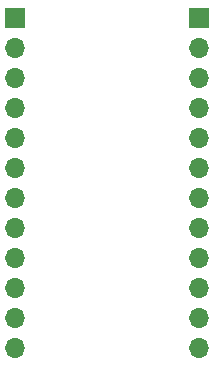
<source format=gbr>
%TF.GenerationSoftware,KiCad,Pcbnew,(5.99.0-10369-gb59bf064b4)*%
%TF.CreationDate,2021-07-26T17:07:50+02:00*%
%TF.ProjectId,htssop24,68747373-6f70-4323-942e-6b696361645f,rev?*%
%TF.SameCoordinates,Original*%
%TF.FileFunction,Copper,L2,Bot*%
%TF.FilePolarity,Positive*%
%FSLAX46Y46*%
G04 Gerber Fmt 4.6, Leading zero omitted, Abs format (unit mm)*
G04 Created by KiCad (PCBNEW (5.99.0-10369-gb59bf064b4)) date 2021-07-26 17:07:50*
%MOMM*%
%LPD*%
G01*
G04 APERTURE LIST*
%TA.AperFunction,ComponentPad*%
%ADD10O,1.700000X1.700000*%
%TD*%
%TA.AperFunction,ComponentPad*%
%ADD11R,1.700000X1.700000*%
%TD*%
G04 APERTURE END LIST*
D10*
%TO.P,J1,12,Pin_12*%
%TO.N,Net-(J1-Pad12)*%
X13900000Y-41840000D03*
%TO.P,J1,11,Pin_11*%
%TO.N,Net-(J1-Pad11)*%
X13900000Y-39300000D03*
%TO.P,J1,10,Pin_10*%
%TO.N,Net-(J1-Pad10)*%
X13900000Y-36760000D03*
%TO.P,J1,9,Pin_9*%
%TO.N,Net-(J1-Pad9)*%
X13900000Y-34220000D03*
%TO.P,J1,8,Pin_8*%
%TO.N,Net-(J1-Pad8)*%
X13900000Y-31680000D03*
%TO.P,J1,7,Pin_7*%
%TO.N,Net-(J1-Pad7)*%
X13900000Y-29140000D03*
%TO.P,J1,6,Pin_6*%
%TO.N,Net-(J1-Pad6)*%
X13900000Y-26600000D03*
%TO.P,J1,5,Pin_5*%
%TO.N,Net-(J1-Pad5)*%
X13900000Y-24060000D03*
%TO.P,J1,4,Pin_4*%
%TO.N,Net-(J1-Pad4)*%
X13900000Y-21520000D03*
%TO.P,J1,3,Pin_3*%
%TO.N,Net-(J1-Pad3)*%
X13900000Y-18980000D03*
%TO.P,J1,2,Pin_2*%
%TO.N,Net-(J1-Pad2)*%
X13900000Y-16440000D03*
D11*
%TO.P,J1,1,Pin_1*%
%TO.N,Net-(J1-Pad1)*%
X13900000Y-13900000D03*
%TD*%
%TO.P,J3,1,Pin_1*%
%TO.N,Net-(J2-Pad24)*%
X29500000Y-13900000D03*
D10*
%TO.P,J3,2,Pin_2*%
%TO.N,Net-(J2-Pad23)*%
X29500000Y-16440000D03*
%TO.P,J3,3,Pin_3*%
%TO.N,Net-(J2-Pad22)*%
X29500000Y-18980000D03*
%TO.P,J3,4,Pin_4*%
%TO.N,Net-(J2-Pad21)*%
X29500000Y-21520000D03*
%TO.P,J3,5,Pin_5*%
%TO.N,Net-(J2-Pad20)*%
X29500000Y-24060000D03*
%TO.P,J3,6,Pin_6*%
%TO.N,Net-(J2-Pad19)*%
X29500000Y-26600000D03*
%TO.P,J3,7,Pin_7*%
%TO.N,Net-(J2-Pad18)*%
X29500000Y-29140000D03*
%TO.P,J3,8,Pin_8*%
%TO.N,Net-(J2-Pad17)*%
X29500000Y-31680000D03*
%TO.P,J3,9,Pin_9*%
%TO.N,Net-(J2-Pad16)*%
X29500000Y-34220000D03*
%TO.P,J3,10,Pin_10*%
%TO.N,Net-(J2-Pad15)*%
X29500000Y-36760000D03*
%TO.P,J3,11,Pin_11*%
%TO.N,Net-(J2-Pad14)*%
X29500000Y-39300000D03*
%TO.P,J3,12,Pin_12*%
%TO.N,Net-(J2-Pad13)*%
X29500000Y-41840000D03*
%TD*%
M02*

</source>
